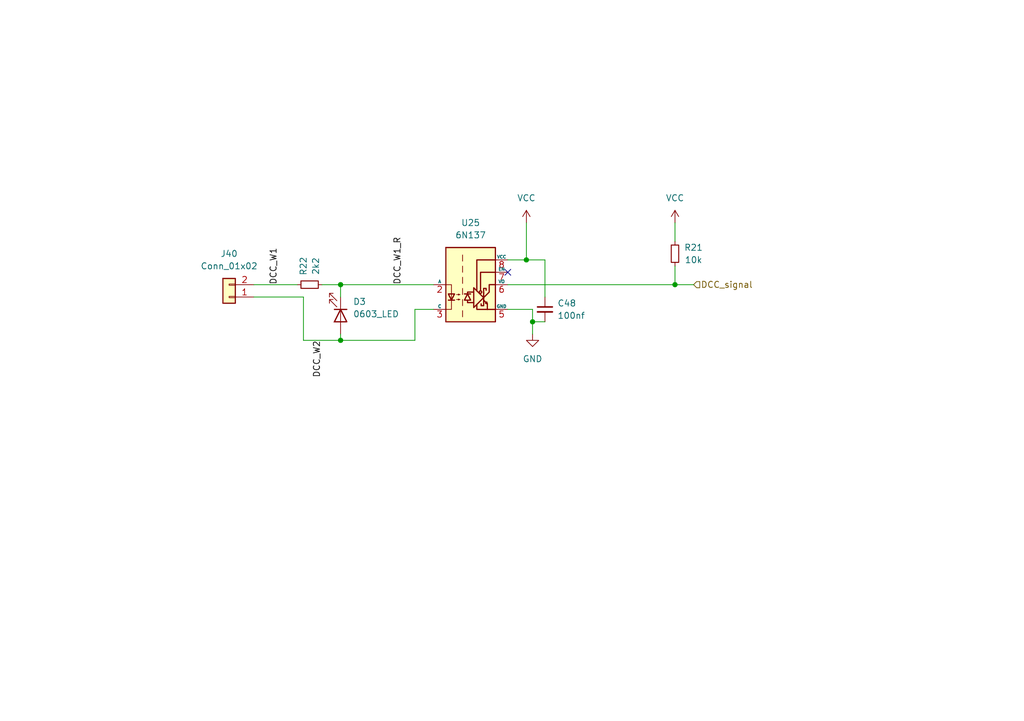
<source format=kicad_sch>
(kicad_sch (version 20211123) (generator eeschema)
  (paper "A5")
  (lib_symbols
    (symbol "Connector_Generic:Conn_01x02" (pin_names (offset 1.016) hide)
      (property "Reference" "J" (at 0 2.54 0))
      (property "Value" "Conn_01x02" (at 0 -5.08 0))
      (symbol "Conn_01x02_1_1"
        (rectangle (start -1.27 -2.413) (end 0 -2.667) (stroke (width 0.1524)))
        (rectangle (start -1.27 0.127) (end 0 -0.127) (stroke (width 0.1524)))
        (rectangle (start -1.27 1.27) (end 1.27 -3.81) (stroke (width 0.254)) (fill (type background)))
        (pin passive line (at -5.08 0 0) (length 3.81) (name "Pin_1") (number "1"))
        (pin passive line (at -5.08 -2.54 0) (length 3.81) (name "Pin_2") (number "2"))
      )
    )
    (symbol "Device:C_Small" (pin_numbers hide) (pin_names (offset 0.254) hide)
      (property "Reference" "C" (at 0.254 1.778 0))
      (property "Value" "C_Small" (at 0.254 -2.032 0))
      (symbol "C_Small_0_1"
        (polyline (pts (xy -1.524 -0.508) (xy 1.524 -0.508)) (stroke (width 0.3302)))
        (polyline (pts (xy -1.524 0.508) (xy 1.524 0.508)) (stroke (width 0.3048)))
      )
      (symbol "C_Small_1_1"
        (pin passive line (at 0 2.54 270) (length 2.032) (name "~") (number "1"))
        (pin passive line (at 0 -2.54 90) (length 2.032) (name "~") (number "2"))
      )
    )
    (symbol "Device:LED" (pin_numbers hide) (pin_names (offset 1.016) hide)
      (property "Reference" "D" (at 0 2.54 0))
      (property "Value" "LED" (at 0 -2.54 0))
      (symbol "LED_0_1"
        (polyline (pts (xy -1.27 -1.27) (xy -1.27 1.27)) (stroke (width 0.254)))
        (polyline (pts (xy -1.27 0) (xy 1.27 0)))
        (polyline (pts (xy 1.27 -1.27) (xy 1.27 1.27) (xy -1.27 0) (xy 1.27 -1.27)) (stroke (width 0.254)))
        (polyline (pts (xy -3.048 -0.762) (xy -4.572 -2.286) (xy -3.81 -2.286) (xy -4.572 -2.286) (xy -4.572 -1.524)))
        (polyline (pts (xy -1.778 -0.762) (xy -3.302 -2.286) (xy -2.54 -2.286) (xy -3.302 -2.286) (xy -3.302 -1.524)))
      )
      (symbol "LED_1_1"
        (pin passive line (at -3.81 0 0) (length 2.54) (name "K") (number "1"))
        (pin passive line (at 3.81 0 180) (length 2.54) (name "A") (number "2"))
      )
    )
    (symbol "Device:R_Small" (pin_numbers hide) (pin_names (offset 0.254) hide)
      (property "Reference" "R" (at 0.762 0.508 0))
      (property "Value" "R_Small" (at 0.762 -1.016 0))
      (symbol "R_Small_0_1"
        (rectangle (start -0.762 1.778) (end 0.762 -1.778) (stroke (width 0.2032)))
      )
      (symbol "R_Small_1_1"
        (pin passive line (at 0 2.54 270) (length 0.762) (name "~") (number "1"))
        (pin passive line (at 0 -2.54 90) (length 0.762) (name "~") (number "2"))
      )
    )
    (symbol "Isolator:6N137" (pin_names (offset 0))
      (property "Reference" "U" (at -4.064 8.89 0))
      (property "Value" "6N137" (at 0 -8.89 0))
      (symbol "6N137_0_1"
        (polyline (pts (xy 2.667 -3.556) (xy 2.667 -1.651)) (stroke (width 0.254)))
        (polyline (pts (xy 2.667 -2.159) (xy 2.667 -2.921)) (stroke (width 0.254)))
        (polyline (pts (xy 3.429 -3.937) (xy 3.429 -5.08)) (stroke (width 0.254)))
        (polyline (pts (xy -0.635 -3.302) (xy -0.635 -3.683) (xy 0.635 -3.683)) (stroke (width 0.254)))
        (polyline (pts (xy -0.635 -1.905) (xy -0.635 -1.524) (xy 0.508 -1.524)) (stroke (width 0.254)))
        (polyline (pts (xy 1.27 -4.064) (xy 1.27 -5.08) (xy 5.08 -5.08)) (stroke (width 0.254)))
        (polyline (pts (xy 1.27 -1.27) (xy 1.27 5.08) (xy 5.08 5.08)) (stroke (width 0.254)))
        (polyline (pts (xy 2.032 -1.27) (xy 2.032 2.54) (xy 5.08 2.54)) (stroke (width 0.254)))
        (polyline (pts (xy -5.08 -5.08) (xy -3.937 -5.08) (xy -3.937 0) (xy -5.08 0)))
        (polyline (pts (xy 2.667 -3.302) (xy 2.667 -4.318) (xy 2.159 -4.318) (xy 2.159 -3.937)) (stroke (width 0.254)))
        (polyline (pts (xy 2.667 -2.667) (xy 0.635 -4.699) (xy 0.635 -0.635) (xy 2.667 -2.667)) (stroke (width 0.254)))
        (polyline (pts (xy 2.667 -1.778) (xy 2.667 -0.762) (xy 3.175 -0.762) (xy 3.175 -1.143)) (stroke (width 0.254)))
        (polyline (pts (xy 2.794 -2.54) (xy 3.81 -1.524) (xy 3.81 0) (xy 5.08 0)) (stroke (width 0.254)))
        (polyline (pts (xy 2.667 -3.175) (xy 3.429 -3.937) (xy 3.302 -3.556) (xy 3.048 -3.81) (xy 3.429 -3.937)) (stroke (width 0.254)))
        (circle (center 2.032 -1.524) (radius 0.254) (stroke (width 0.254)))
      )
      (symbol "6N137_1_1"
        (rectangle (start -5.08 7.62) (end 5.08 -7.62) (stroke (width 0.254)) (fill (type background)))
        (polyline (pts (xy -4.572 -3.175) (xy -3.302 -3.175)) (stroke (width 0.254)))
        (polyline (pts (xy -1.651 -5.334) (xy -1.651 -6.604)))
        (polyline (pts (xy -1.651 -3.048) (xy -1.651 -4.318)))
        (polyline (pts (xy -1.651 -0.762) (xy -1.651 -2.032)))
        (polyline (pts (xy -1.651 1.524) (xy -1.651 0.254)))
        (polyline (pts (xy -1.651 3.81) (xy -1.651 2.54)))
        (polyline (pts (xy -1.651 6.096) (xy -1.651 4.826)))
        (polyline (pts (xy -1.27 -1.905) (xy 0 -1.905)) (stroke (width 0.254)))
        (polyline (pts (xy -3.937 -3.175) (xy -4.572 -1.905) (xy -3.302 -1.905) (xy -3.937 -3.175)) (stroke (width 0.254)))
        (polyline (pts (xy -0.635 -1.905) (xy -1.27 -3.175) (xy 0 -3.175) (xy -0.635 -1.905)) (stroke (width 0.254)))
        (polyline (pts (xy -2.921 -3.048) (xy -2.159 -3.048) (xy -2.54 -3.175) (xy -2.54 -2.921) (xy -2.159 -3.048)) (stroke (width 0.127)))
        (polyline (pts (xy -2.921 -2.032) (xy -2.159 -2.032) (xy -2.54 -2.159) (xy -2.54 -1.905) (xy -2.159 -2.032)) (stroke (width 0.127)))
        (pin no_connect line (at -5.08 5.08 0) (length 2.54) hide (name "NC") (number "1"))
        (pin passive line (at -7.62 0 0) (length 2.54) (name "A") (number "2"))
        (pin passive line (at -7.62 -5.08 0) (length 2.54) (name "C") (number "3"))
        (pin power_in line (at 7.62 -5.08 180) (length 2.54) (name "GND") (number "5"))
        (pin open_collector line (at 7.62 0 180) (length 2.54) (name "VO") (number "6"))
        (pin input line (at 7.62 2.54 180) (length 2.54) (name "EN") (number "7"))
        (pin power_in line (at 7.62 5.08 180) (length 2.54) (name "VCC") (number "8"))
      )
    )
    (symbol "power:GND" (power) (pin_names (offset 0))
      (property "Value" "GND" (at 0 -3.81 0))
      (symbol "GND_0_1"
        (polyline (pts (xy 0 0) (xy 0 -1.27) (xy 1.27 -1.27) (xy 0 -2.54) (xy -1.27 -1.27) (xy 0 -1.27)))
      )
      (symbol "GND_1_1"
        (pin power_in line (at 0 0 270) (length 0) hide (name "GND") (number "1"))
      )
    )
    (symbol "power:VCC" (power) (pin_names (offset 0))
      (property "Value" "VCC" (at 0 3.81 0))
      (symbol "VCC_0_1"
        (polyline (pts (xy -0.762 1.27) (xy 0 2.54)))
        (polyline (pts (xy 0 0) (xy 0 2.54)))
        (polyline (pts (xy 0 2.54) (xy 0.762 1.27)))
      )
      (symbol "VCC_1_1"
        (pin power_in line (at 0 0 90) (length 0) hide (name "VCC") (number "1"))
      )
    )
  )
  (junction (at 69.85 69.85))
  (junction (at 107.95 53.34))
  (junction (at 138.43 58.42))
  (junction (at 69.85 58.42))
  (junction (at 109.22 66.04))
  (no_connect (at 104.14 55.88))
  (wire (pts (xy 138.43 54.61) (xy 138.43 58.42)))
  (wire (pts (xy 69.85 69.85) (xy 85.09 69.85)))
  (wire (pts (xy 52.07 60.96) (xy 62.23 60.96)))
  (wire (pts (xy 138.43 58.42) (xy 142.24 58.42)))
  (wire (pts (xy 52.07 58.42) (xy 60.96 58.42)))
  (wire (pts (xy 104.14 53.34) (xy 107.95 53.34)))
  (wire (pts (xy 85.09 69.85) (xy 85.09 63.5)))
  (wire (pts (xy 69.85 60.96) (xy 69.85 58.42)))
  (wire (pts (xy 107.95 53.34) (xy 111.76 53.34)))
  (wire (pts (xy 109.22 63.5) (xy 109.22 66.04)))
  (wire (pts (xy 62.23 69.85) (xy 69.85 69.85)))
  (wire (pts (xy 109.22 66.04) (xy 109.22 68.58)))
  (wire (pts (xy 138.43 45.72) (xy 138.43 49.53)))
  (wire (pts (xy 69.85 58.42) (xy 88.9 58.42)))
  (wire (pts (xy 109.22 63.5) (xy 104.14 63.5)))
  (wire (pts (xy 66.04 58.42) (xy 69.85 58.42)))
  (wire (pts (xy 107.95 45.72) (xy 107.95 53.34)))
  (wire (pts (xy 62.23 60.96) (xy 62.23 69.85)))
  (wire (pts (xy 111.76 53.34) (xy 111.76 60.96)))
  (wire (pts (xy 104.14 58.42) (xy 138.43 58.42)))
  (wire (pts (xy 109.22 66.04) (xy 111.76 66.04)))
  (wire (pts (xy 85.09 63.5) (xy 88.9 63.5)))
  (wire (pts (xy 69.85 69.85) (xy 69.85 68.58)))
  (label "DCC_W1_R" (at 82.55 58.42 90))
  (label "DCC_W1" (at 57.15 58.42 90))
  (label "DCC_W2" (at 66.04 69.85 270))
  (hierarchical_label "DCC_signal" (shape input) (at 142.24 58.42 0))
  (symbol (lib_id "Device:R_Small") (at 63.5 58.42 270) (unit 1)
    (property "Reference" "R22" (at 62.23 54.61 0))
    (property "Value" "2k2" (at 64.77 54.61 0))
    (property "Footprint" "Resistor_SMD:R_0402_1005Metric" (effects hide))
  )
  (symbol (lib_id "Device:LED") (at 69.85 64.77 270) (unit 1)
    (property "Reference" "D3" (at 72.39 61.9124 90) (effects (justify left)))
    (property "Value" "0603_LED" (at 72.39 64.4524 90) (effects (justify left)))
    (property "Footprint" "LED_SMD:LED_0603_1608Metric" (effects hide))
  )
  (symbol (lib_id "Device:R_Small") (at 138.43 52.07 180) (unit 1)
    (property "Reference" "R21" (at 142.24 50.8 0))
    (property "Value" "10k" (at 142.24 53.34 0))
    (property "Footprint" "Resistor_SMD:R_0402_1005Metric" (effects hide))
  )
  (symbol (lib_id "power:GND") (at 109.22 68.58 0) (unit 1)
    (property "Reference" "#PWR0128" (effects hide))
    (property "Value" "GND" (at 109.22 73.66 0))
  )
  (symbol (lib_id "Isolator:6N137") (at 96.52 58.42 0) (unit 1)
    (property "Reference" "U25" (at 96.52 45.72 0))
    (property "Value" "6N137" (at 96.52 48.26 0))
    (property "Footprint" "Package_SO:SSO-8_6.7x9.8mm_P2.54mm_Clearance8mm" (effects hide))
    (property "Datasheet" "https://docs.broadcom.com/docs/AV02-0940EN" (effects hide))
  )
  (symbol (lib_id "Connector_Generic:Conn_01x02") (at 46.99 60.96 180) (unit 1)
    (property "Reference" "J40" (at 46.99 52.07 0))
    (property "Value" "Conn_01x02" (at 46.99 54.61 0))
    (property "Footprint" "Connector_PinSocket_2.54mm:PinSocket_1x02_P2.54mm_Vertical" (effects hide))
  )
  (symbol (lib_id "power:VCC") (at 138.43 45.72 0) (unit 1)
    (property "Reference" "#PWR0127" (effects hide))
    (property "Value" "VCC" (at 138.43 40.64 0))
  )
  (symbol (lib_id "power:VCC") (at 107.95 45.72 0) (unit 1)
    (property "Reference" "#PWR0126" (effects hide))
    (property "Value" "VCC" (at 107.95 40.64 0))
  )
  (symbol (lib_id "Device:C_Small") (at 111.76 63.5 0) (unit 1)
    (property "Reference" "C48" (at 114.3 62.2362 0) (effects (justify left)))
    (property "Value" "100nf" (at 114.3 64.7762 0) (effects (justify left)))
    (property "Footprint" "Capacitor_SMD:C_0603_1608Metric" (effects hide))
  )
)
</source>
